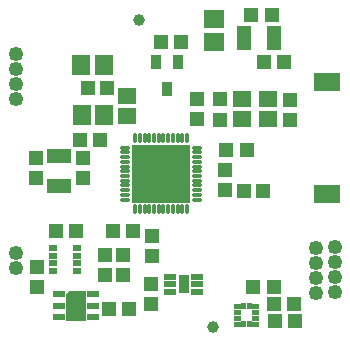
<source format=gbr>
G04 DipTrace 3.2.0.1*
G04 TopMask.gbr*
%MOIN*%
G04 #@! TF.FileFunction,Soldermask,Top*
G04 #@! TF.Part,Single*
%AMOUTLINE1*
4,1,4,
-0.022702,-0.02356,
-0.022573,0.023684,
0.022702,0.02356,
0.022573,-0.023684,
-0.022702,-0.02356,
0*%
%AMOUTLINE4*
4,1,4,
0.043229,0.031601,
0.043384,-0.031389,
-0.043229,-0.031601,
-0.043384,0.031389,
0.043229,0.031601,
0*%
%AMOUTLINE7*
4,1,5,
0.033465,-0.051181,
-0.033465,-0.051181,
-0.033465,0.039032,
-0.021316,0.051181,
0.033465,0.051181,
0.033465,-0.051181,
0*%
%ADD63C,0.03937*%
%ADD72R,0.03937X0.023622*%
%ADD74R,0.033465X0.061024*%
%ADD76R,0.03937X0.019685*%
%ADD78R,0.027559X0.021654*%
%ADD80R,0.07874X0.047244*%
%ADD82O,0.033465X0.015748*%
%ADD84O,0.015748X0.033465*%
%ADD86R,0.192913X0.192913*%
%ADD88R,0.062992X0.055118*%
%ADD90C,0.049213*%
%ADD92R,0.047244X0.07874*%
%ADD94R,0.033465X0.049213*%
%ADD98R,0.037874X0.037874*%
%ADD100R,0.045276X0.047244*%
%ADD102R,0.064961X0.055118*%
%ADD104R,0.066929X0.059055*%
%ADD108R,0.051181X0.047244*%
%ADD110R,0.047244X0.051181*%
%ADD112R,0.059055X0.066929*%
%ADD117OUTLINE1*%
%ADD120OUTLINE4*%
%ADD123OUTLINE7*%
%FSLAX26Y26*%
G04*
G70*
G90*
G75*
G01*
G04 TopMask*
%LPD*%
D112*
X-311820Y361811D3*
X-237017D3*
D110*
X75984Y180709D3*
Y247638D3*
X150394Y246850D3*
Y179921D3*
X383465Y244882D3*
Y177953D3*
D112*
X-310639Y194094D3*
X-235836D3*
D108*
X-315364Y112598D3*
X-248434D3*
X172432Y77165D3*
X239361D3*
D110*
X-306299Y-15354D3*
Y51575D3*
X-462992Y-15748D3*
Y51181D3*
X168888Y-54331D3*
Y12598D3*
D108*
X-205521Y-190157D3*
X-138592D3*
X-395669Y-192913D3*
X-328740D3*
D110*
X-459055Y-379921D3*
Y-312992D3*
X-78740Y-433858D3*
Y-366929D3*
D108*
X329528Y-379134D3*
X262598D3*
X330315Y-434646D3*
X397244D3*
X-220079Y-453150D3*
X-153150D3*
X332677Y-493307D3*
X399606D3*
D104*
X130315Y513386D3*
Y438583D3*
D63*
X-118110Y511811D3*
X127953Y-511811D3*
D117*
X-288189Y286220D3*
X-225197Y286047D3*
D102*
X-157490Y192913D3*
Y259843D3*
D100*
X231890Y-58268D3*
X294882D3*
D98*
X516929Y-66142D3*
D108*
X255906Y528740D3*
X322835D3*
X-44488Y438189D3*
X22441D3*
D110*
X-75197Y-274016D3*
Y-207087D3*
X-231890Y-338976D3*
Y-272047D3*
X-173228Y-338583D3*
Y-271654D3*
D94*
X11417Y372835D3*
X-63386D3*
X-25984Y282283D3*
D92*
X330315Y450000D3*
X231890D3*
D90*
X-529921Y298031D3*
Y348031D3*
Y248031D3*
Y398031D3*
D120*
X507874Y305118D3*
X508787Y-68898D3*
D88*
X310630Y180315D3*
X224016D3*
Y247244D3*
X310630D3*
D86*
X-45456Y-394D3*
D84*
X-132071Y118701D3*
X-116323D3*
X-100575D3*
X-84827D3*
X-69079D3*
X-53330D3*
X-37582D3*
X-21834D3*
X-6086D3*
X9662D3*
X25410D3*
X41158D3*
D82*
X73638Y86220D3*
Y70472D3*
Y54724D3*
Y38976D3*
Y23228D3*
Y7480D3*
Y-8268D3*
Y-24016D3*
Y-39764D3*
Y-55512D3*
Y-71260D3*
Y-87008D3*
D84*
X41158Y-119488D3*
X25410D3*
X9662D3*
X-6086D3*
X-21834D3*
X-37582D3*
X-53330D3*
X-69079D3*
X-84827D3*
X-100575D3*
X-116323D3*
X-132071D3*
D82*
X-164551Y-87008D3*
Y-71260D3*
Y-55512D3*
Y-39764D3*
Y-24016D3*
Y-8268D3*
Y7480D3*
Y23228D3*
Y38976D3*
Y54724D3*
Y70472D3*
Y86220D3*
D80*
X-384252Y56693D3*
Y-41732D3*
D90*
X532677Y-346457D3*
Y-296457D3*
Y-396457D3*
Y-246457D3*
X471260Y-346850D3*
Y-296850D3*
Y-396850D3*
Y-246850D3*
D78*
X-404724Y-274016D3*
Y-299606D3*
X-324016D3*
Y-274016D3*
X-404724Y-248425D3*
Y-325197D3*
X-324016D3*
Y-248425D3*
D90*
X-529134Y-315354D3*
Y-265354D3*
D76*
X74803Y-395276D3*
Y-369685D3*
Y-344094D3*
X-15748D3*
Y-369685D3*
Y-395276D3*
D74*
X29528Y-369685D3*
D72*
X-272441Y-400787D3*
Y-440157D3*
Y-479528D3*
X-386614Y-400787D3*
Y-440157D3*
Y-479528D3*
D123*
X-329528Y-440157D3*
G36*
X199199Y-451178D2*
X219685D1*
Y-434647D1*
X199199D1*
Y-451178D1*
G37*
G36*
X199179Y-470867D2*
X219685D1*
Y-454327D1*
X199179D1*
Y-470867D1*
G37*
G36*
X199199Y-490555D2*
X219685D1*
Y-474015D1*
X199199D1*
Y-490555D1*
G37*
G36*
X199179Y-510269D2*
X219685D1*
Y-493695D1*
X199179D1*
Y-510269D1*
G37*
G36*
X259269Y-451169D2*
X279726D1*
Y-434647D1*
X259269D1*
Y-451169D1*
G37*
G36*
X259259Y-470867D2*
X279726D1*
Y-454327D1*
X259259D1*
Y-470867D1*
G37*
G36*
X259289Y-490589D2*
X279726D1*
Y-474015D1*
X259289D1*
Y-490589D1*
G37*
G36*
X259259Y-510235D2*
X279726D1*
Y-493695D1*
X259259D1*
Y-510235D1*
G37*
G36*
X221260Y-452752D2*
X237795D1*
Y-432285D1*
X221260D1*
Y-452752D1*
G37*
G36*
X240945Y-452735D2*
X257479D1*
Y-432285D1*
X240945D1*
Y-452735D1*
G37*
G36*
X221260Y-512597D2*
X237795D1*
Y-492121D1*
X221260D1*
Y-512597D1*
G37*
G36*
X240945Y-512614D2*
X257479D1*
Y-492121D1*
X240945D1*
Y-512614D1*
G37*
D108*
X296850Y373228D3*
X363780D3*
M02*

</source>
